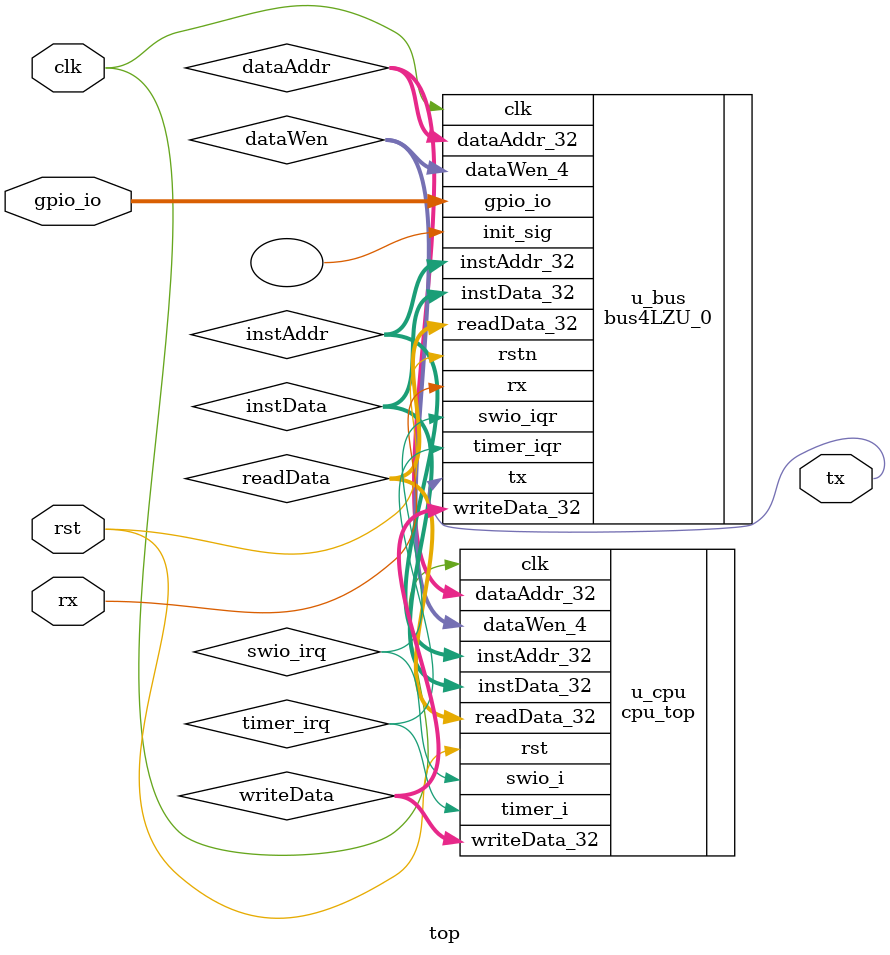
<source format=v>

module top (
    input  wire        clk,
    input  wire        rst,            // 复位，高电平有效

    // UART 接口
    input  wire        rx,             // 串口接收
    output wire        tx,             // 串口发送

    // GPIO 接口
    inout  wire [31:0] gpio_io         // 通用输入输出
);

// -----------------------------------------------------------------------------
// 总线/CPU 之间的信号
// -----------------------------------------------------------------------------
// 指令总线
wire [31:0] instAddr;
wire [31:0] instData;
// 数据总线
wire [31:0] dataAddr;
wire [ 3:0] dataWen;
wire [31:0] writeData;
wire [31:0] readData;
// 中断信号
wire        swio_irq;
wire        timer_irq;

// -----------------------------------------------------------------------------
// 1) 实例化 CPU 核（cpu_top_bus 版本）
// -----------------------------------------------------------------------------
cpu_top u_cpu (
    .clk           (clk),
    .rst           (rst),
    // 指令总线
    .instAddr_32   (instAddr),
    .instData_32   (instData),
    // 数据总线
    .dataAddr_32   (dataAddr),
    .dataWen_4     (dataWen),
    .writeData_32  (writeData),
    .readData_32   (readData),
    // 中断输入
    .swio_i        (swio_irq),
    .timer_i       (timer_irq)
);

// -----------------------------------------------------------------------------
// 2) 实例化 Bus4LZU IP
// -----------------------------------------------------------------------------
bus4LZU_0 u_bus (
    .clk           (clk),
    .rstn          (rst),
    // UART
    .rx            (rx),
    .tx            (tx),
    // GPIO
    .gpio_io       (gpio_io),
    // 指令总线
    .instAddr_32   (instAddr),
    .instData_32   (instData),
    // 数据总线
    .dataAddr_32   (dataAddr),
    .dataWen_4     (dataWen),
    .writeData_32  (writeData),
    .readData_32   (readData),
    // 外设中断
    .swio_iqr      (swio_irq),
    .timer_iqr     (timer_irq),
    // 其他外设接口可根据需要连接...
    .init_sig      ()
);

endmodule

</source>
